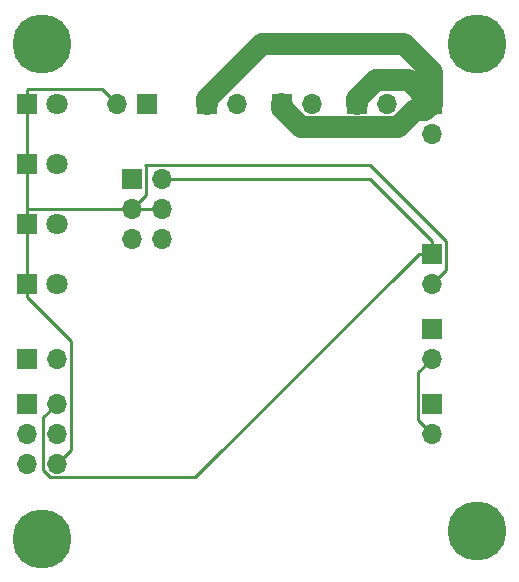
<source format=gbl>
G04 #@! TF.FileFunction,Copper,L2,Bot,Signal*
%FSLAX46Y46*%
G04 Gerber Fmt 4.6, Leading zero omitted, Abs format (unit mm)*
G04 Created by KiCad (PCBNEW 4.0.7) date 04/11/18 21:21:16*
%MOMM*%
%LPD*%
G01*
G04 APERTURE LIST*
%ADD10C,0.100000*%
%ADD11C,5.000000*%
%ADD12R,1.800000X1.800000*%
%ADD13C,1.800000*%
%ADD14R,1.700000X1.700000*%
%ADD15O,1.700000X1.700000*%
%ADD16C,0.250000*%
%ADD17C,1.850000*%
G04 APERTURE END LIST*
D10*
D11*
X133350000Y-77470000D03*
X133350000Y-119380000D03*
X170180000Y-77470000D03*
D12*
X132080000Y-97790000D03*
D13*
X134620000Y-97790000D03*
D12*
X132080000Y-92710000D03*
D13*
X134620000Y-92710000D03*
D12*
X132080000Y-82550000D03*
D13*
X134620000Y-82550000D03*
D12*
X132080000Y-87630000D03*
D13*
X134620000Y-87630000D03*
D14*
X140970000Y-88900000D03*
D15*
X143510000Y-88900000D03*
X140970000Y-91440000D03*
X143510000Y-91440000D03*
X140970000Y-93980000D03*
X143510000Y-93980000D03*
D14*
X132080000Y-107950000D03*
D15*
X134620000Y-107950000D03*
X132080000Y-110490000D03*
X134620000Y-110490000D03*
X132080000Y-113030000D03*
X134620000Y-113030000D03*
D14*
X132080000Y-104140000D03*
D15*
X134620000Y-104140000D03*
D14*
X147320000Y-82550000D03*
D15*
X149860000Y-82550000D03*
D14*
X153670000Y-82550000D03*
D15*
X156210000Y-82550000D03*
D14*
X160020000Y-82550000D03*
D15*
X162560000Y-82550000D03*
D14*
X166370000Y-101600000D03*
D15*
X166370000Y-104140000D03*
D14*
X166370000Y-107950000D03*
D15*
X166370000Y-110490000D03*
D14*
X166370000Y-95250000D03*
D15*
X166370000Y-97790000D03*
D14*
X166370000Y-82550000D03*
D15*
X166370000Y-85090000D03*
D14*
X142240000Y-82550000D03*
D15*
X139700000Y-82550000D03*
D11*
X170180000Y-118745000D03*
D16*
X167545001Y-94139999D02*
X161130001Y-87724999D01*
X166370000Y-97790000D02*
X167545001Y-96614999D01*
X167545001Y-96614999D02*
X167545001Y-94139999D01*
X161130001Y-87724999D02*
X142080001Y-87724999D01*
X141819999Y-90590001D02*
X140970000Y-91440000D01*
X142080001Y-87724999D02*
X142145001Y-87789999D01*
X142145001Y-87789999D02*
X142145001Y-90264999D01*
X142145001Y-90264999D02*
X141819999Y-90590001D01*
X134620000Y-113030000D02*
X135795001Y-111854999D01*
X135795001Y-111854999D02*
X135795001Y-102655001D01*
X135795001Y-102655001D02*
X132080000Y-98940000D01*
X132080000Y-98940000D02*
X132080000Y-97790000D01*
X166370000Y-104140000D02*
X165194999Y-105315001D01*
X165194999Y-105315001D02*
X165194999Y-109314999D01*
X165194999Y-109314999D02*
X165520001Y-109640001D01*
X165520001Y-109640001D02*
X166370000Y-110490000D01*
X143510000Y-91440000D02*
X140970000Y-91440000D01*
X140970000Y-91440000D02*
X132200000Y-91440000D01*
X132200000Y-91440000D02*
X132080000Y-91560000D01*
X132080000Y-91560000D02*
X132080000Y-92710000D01*
X132080000Y-82550000D02*
X132080000Y-81400000D01*
X132080000Y-81400000D02*
X132155001Y-81324999D01*
X132155001Y-81324999D02*
X138474999Y-81324999D01*
X138474999Y-81324999D02*
X138850001Y-81700001D01*
X138850001Y-81700001D02*
X139700000Y-82550000D01*
X132080000Y-87630000D02*
X132080000Y-82550000D01*
X132080000Y-92710000D02*
X132080000Y-87630000D01*
X132080000Y-97790000D02*
X132080000Y-92710000D01*
D17*
X163990000Y-77470000D02*
X152016998Y-77470000D01*
X152016998Y-77470000D02*
X147320000Y-82166998D01*
X147320000Y-82166998D02*
X147320000Y-82550000D01*
X166370000Y-82550000D02*
X166370000Y-79850000D01*
X166370000Y-79850000D02*
X163990000Y-77470000D01*
X166370000Y-82550000D02*
X165805001Y-83114999D01*
X165805001Y-83114999D02*
X164918003Y-83114999D01*
X164918003Y-83114999D02*
X163508001Y-84525001D01*
X163508001Y-84525001D02*
X155261999Y-84525001D01*
X155261999Y-84525001D02*
X153670000Y-82933002D01*
X153670000Y-82933002D02*
X153670000Y-82550000D01*
X166370000Y-82550000D02*
X164394999Y-80574999D01*
X164394999Y-80574999D02*
X161611999Y-80574999D01*
X161611999Y-80574999D02*
X160020000Y-82166998D01*
X160020000Y-82166998D02*
X160020000Y-82550000D01*
D16*
X134620000Y-107950000D02*
X133444999Y-109125001D01*
X133444999Y-109125001D02*
X133444999Y-113594001D01*
X133444999Y-113594001D02*
X134055999Y-114205001D01*
X134055999Y-114205001D02*
X146314999Y-114205001D01*
X146314999Y-114205001D02*
X165270000Y-95250000D01*
X165270000Y-95250000D02*
X166370000Y-95250000D01*
X143510000Y-88900000D02*
X161120000Y-88900000D01*
X161120000Y-88900000D02*
X166370000Y-94150000D01*
X166370000Y-94150000D02*
X166370000Y-95250000D01*
M02*

</source>
